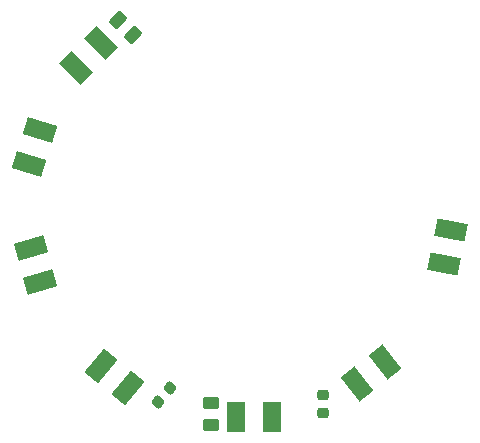
<source format=gbr>
G04 #@! TF.GenerationSoftware,KiCad,Pcbnew,7.0.2-6a45011f42~172~ubuntu22.04.1*
G04 #@! TF.CreationDate,2023-05-20T12:50:21-04:00*
G04 #@! TF.ProjectId,T36VAIllumination,54333656-4149-46c6-9c75-6d696e617469,1.3*
G04 #@! TF.SameCoordinates,Original*
G04 #@! TF.FileFunction,Paste,Top*
G04 #@! TF.FilePolarity,Positive*
%FSLAX46Y46*%
G04 Gerber Fmt 4.6, Leading zero omitted, Abs format (unit mm)*
G04 Created by KiCad (PCBNEW 7.0.2-6a45011f42~172~ubuntu22.04.1) date 2023-05-20 12:50:21*
%MOMM*%
%LPD*%
G01*
G04 APERTURE LIST*
G04 Aperture macros list*
%AMRoundRect*
0 Rectangle with rounded corners*
0 $1 Rounding radius*
0 $2 $3 $4 $5 $6 $7 $8 $9 X,Y pos of 4 corners*
0 Add a 4 corners polygon primitive as box body*
4,1,4,$2,$3,$4,$5,$6,$7,$8,$9,$2,$3,0*
0 Add four circle primitives for the rounded corners*
1,1,$1+$1,$2,$3*
1,1,$1+$1,$4,$5*
1,1,$1+$1,$6,$7*
1,1,$1+$1,$8,$9*
0 Add four rect primitives between the rounded corners*
20,1,$1+$1,$2,$3,$4,$5,0*
20,1,$1+$1,$4,$5,$6,$7,0*
20,1,$1+$1,$6,$7,$8,$9,0*
20,1,$1+$1,$8,$9,$2,$3,0*%
%AMRotRect*
0 Rectangle, with rotation*
0 The origin of the aperture is its center*
0 $1 length*
0 $2 width*
0 $3 Rotation angle, in degrees counterclockwise*
0 Add horizontal line*
21,1,$1,$2,0,0,$3*%
G04 Aperture macros list end*
%ADD10RotRect,1.500000X2.600000X286.000000*%
%ADD11RoundRect,0.225000X0.046884X-0.333057X0.336138X0.011663X-0.046884X0.333057X-0.336138X-0.011663X0*%
%ADD12RotRect,1.500000X2.600000X38.000000*%
%ADD13RoundRect,0.225000X0.250000X-0.225000X0.250000X0.225000X-0.250000X0.225000X-0.250000X-0.225000X0*%
%ADD14RotRect,1.500000X2.600000X79.000000*%
%ADD15RotRect,1.500000X2.600000X320.000000*%
%ADD16RoundRect,0.250000X-0.450000X0.262500X-0.450000X-0.262500X0.450000X-0.262500X0.450000X0.262500X0*%
%ADD17RotRect,1.500000X2.600000X225.000000*%
%ADD18R,1.500000X2.600000*%
%ADD19RotRect,1.500000X2.600000X253.000000*%
%ADD20RoundRect,0.250000X-0.503814X-0.132583X-0.132583X-0.503814X0.503814X0.132583X0.132583X0.503814X0*%
G04 APERTURE END LIST*
D10*
G04 #@! TO.C,D2*
X52161544Y-53098107D03*
X52988456Y-55981893D03*
G04 #@! TD*
D11*
G04 #@! TO.C,C1*
X62966840Y-66173684D03*
X63963160Y-64986316D03*
G04 #@! TD*
D12*
G04 #@! TO.C,D7*
X79792984Y-64663492D03*
X82157016Y-62816508D03*
G04 #@! TD*
D13*
G04 #@! TO.C,C2*
X76875000Y-67115000D03*
X76875000Y-65565000D03*
G04 #@! TD*
D14*
G04 #@! TO.C,D1*
X87188787Y-54512441D03*
X87761213Y-51567559D03*
G04 #@! TD*
D15*
G04 #@! TO.C,D3*
X58125933Y-63075819D03*
X60424067Y-65004181D03*
G04 #@! TD*
D16*
G04 #@! TO.C,R2*
X67415000Y-66267500D03*
X67415000Y-68092500D03*
G04 #@! TD*
D17*
G04 #@! TO.C,D4*
X58135660Y-35779340D03*
X56014340Y-37900660D03*
G04 #@! TD*
D18*
G04 #@! TO.C,D6*
X69575000Y-67440000D03*
X72575000Y-67440000D03*
G04 #@! TD*
D19*
G04 #@! TO.C,D5*
X52913558Y-43105543D03*
X52036442Y-45974457D03*
G04 #@! TD*
D20*
G04 #@! TO.C,R1*
X59529765Y-33794765D03*
X60820235Y-35085235D03*
G04 #@! TD*
M02*

</source>
